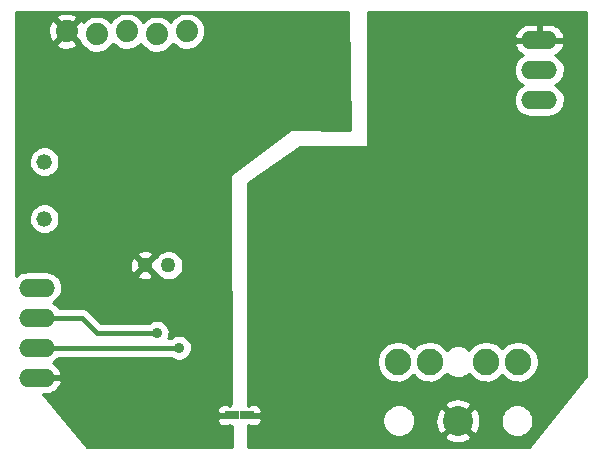
<source format=gbl>
G04 #@! TF.FileFunction,Copper,L2,Bot,Signal*
%FSLAX46Y46*%
G04 Gerber Fmt 4.6, Leading zero omitted, Abs format (unit mm)*
G04 Created by KiCad (PCBNEW 4.0.5) date Saturday, 25 March 2017 'PMt' 19:04:54*
%MOMM*%
%LPD*%
G01*
G04 APERTURE LIST*
%ADD10C,0.100000*%
%ADD11C,1.270000*%
%ADD12R,1.270000X0.635000*%
%ADD13C,1.879600*%
%ADD14C,1.320800*%
%ADD15O,3.048000X1.524000*%
%ADD16C,2.540000*%
%ADD17C,2.247900*%
%ADD18C,0.904800*%
%ADD19C,0.889000*%
%ADD20C,0.406400*%
%ADD21C,0.254000*%
G04 APERTURE END LIST*
D10*
D11*
X162288220Y-78105000D03*
X160291780Y-78105000D03*
D12*
X168910000Y-90805000D03*
X167640000Y-90805000D03*
D13*
X153670000Y-58293000D03*
X156210000Y-58547000D03*
X158750000Y-58293000D03*
X161290000Y-58547000D03*
X163830000Y-58293000D03*
D14*
X151765000Y-69342000D03*
X151765000Y-74168000D03*
D15*
X151130000Y-80010000D03*
X151130000Y-82550000D03*
X151130000Y-85090000D03*
X151130000Y-87630000D03*
X193675000Y-59055000D03*
X193675000Y-61595000D03*
X193675000Y-64135000D03*
D16*
X186789060Y-91282520D03*
D17*
X181691280Y-86281260D03*
X184391300Y-86281260D03*
X189189360Y-86281260D03*
X191889380Y-86281260D03*
D18*
X163195000Y-85090000D03*
D19*
X175260000Y-90170000D03*
D18*
X172720000Y-76835000D03*
X174625000Y-68580000D03*
X180975000Y-66675000D03*
X180975000Y-76835000D03*
X178752500Y-75882500D03*
X182880000Y-64452500D03*
X189547500Y-58102500D03*
D19*
X163830000Y-87630000D03*
D18*
X164782500Y-78105000D03*
X166052500Y-65722500D03*
X170815000Y-64770000D03*
X159067500Y-66040000D03*
X155892500Y-80010000D03*
X155575000Y-77152500D03*
X155257500Y-66675000D03*
X174307500Y-58737500D03*
X161290000Y-83820000D03*
D20*
X151130000Y-85090000D02*
X163195000Y-85090000D01*
D21*
X168910000Y-90805000D02*
X174625000Y-90805000D01*
X174625000Y-90805000D02*
X175260000Y-90170000D01*
X167005000Y-90805000D02*
X167640000Y-90805000D01*
D20*
X151130000Y-82550000D02*
X154940000Y-82550000D01*
X154940000Y-82550000D02*
X156210000Y-83820000D01*
X156210000Y-83820000D02*
X161290000Y-83820000D01*
D21*
G36*
X177671023Y-66645443D02*
X172722500Y-66548025D01*
X172687026Y-66552355D01*
X172643800Y-66573400D01*
X167563800Y-70383400D01*
X167538512Y-70408651D01*
X167521259Y-70439948D01*
X167513002Y-70485683D01*
X167617125Y-89852500D01*
X167512998Y-89852500D01*
X167512998Y-90011248D01*
X167354250Y-89852500D01*
X166942458Y-89852500D01*
X166819777Y-89876903D01*
X166704215Y-89924770D01*
X166600211Y-89994263D01*
X166511763Y-90082711D01*
X166442270Y-90186715D01*
X166394403Y-90302277D01*
X166370000Y-90424958D01*
X166370000Y-90519250D01*
X166528750Y-90678000D01*
X167513000Y-90678000D01*
X167513000Y-90658000D01*
X167621456Y-90658000D01*
X167623037Y-90952000D01*
X167513000Y-90952000D01*
X167513000Y-90932000D01*
X166528750Y-90932000D01*
X166370000Y-91090750D01*
X166370000Y-91185042D01*
X166394403Y-91307723D01*
X166442270Y-91423285D01*
X166511763Y-91527289D01*
X166600211Y-91615737D01*
X166704215Y-91685230D01*
X166819777Y-91733097D01*
X166942458Y-91757500D01*
X167354250Y-91757500D01*
X167512998Y-91598752D01*
X167512998Y-91757500D01*
X167627367Y-91757500D01*
X167636517Y-93459300D01*
X155400214Y-93459300D01*
X151703734Y-89027000D01*
X152019000Y-89027000D01*
X152289101Y-88975381D01*
X152543942Y-88872059D01*
X152773729Y-88721006D01*
X152969632Y-88528026D01*
X153124122Y-88300535D01*
X153231262Y-88047276D01*
X153246220Y-87973070D01*
X153123720Y-87757000D01*
X151257000Y-87757000D01*
X151257000Y-87777000D01*
X151003000Y-87777000D01*
X151003000Y-87757000D01*
X150983000Y-87757000D01*
X150983000Y-87503000D01*
X151003000Y-87503000D01*
X151003000Y-87483000D01*
X151257000Y-87483000D01*
X151257000Y-87503000D01*
X153123720Y-87503000D01*
X153246220Y-87286930D01*
X153231262Y-87212724D01*
X153124122Y-86959465D01*
X152969632Y-86731974D01*
X152773729Y-86538994D01*
X152543942Y-86387941D01*
X152475243Y-86360088D01*
X152675534Y-86253591D01*
X152886820Y-86081270D01*
X153013450Y-85928200D01*
X162495597Y-85928200D01*
X162661935Y-86043808D01*
X162857349Y-86129182D01*
X163065625Y-86174975D01*
X163278828Y-86179441D01*
X163488838Y-86142410D01*
X163687656Y-86065294D01*
X163867709Y-85951029D01*
X164022139Y-85803967D01*
X164145063Y-85629711D01*
X164231800Y-85434897D01*
X164279045Y-85226947D01*
X164282446Y-84983375D01*
X164241026Y-84774186D01*
X164159762Y-84577027D01*
X164041752Y-84399406D01*
X163891488Y-84248090D01*
X163714696Y-84128842D01*
X163518109Y-84046205D01*
X163309214Y-84003325D01*
X163095969Y-84001836D01*
X162886497Y-84041795D01*
X162688774Y-84121680D01*
X162510334Y-84238448D01*
X162496699Y-84251800D01*
X162288108Y-84251800D01*
X162326800Y-84164897D01*
X162374045Y-83956947D01*
X162377446Y-83713375D01*
X162336026Y-83504186D01*
X162254762Y-83307027D01*
X162136752Y-83129406D01*
X161986488Y-82978090D01*
X161809696Y-82858842D01*
X161613109Y-82776205D01*
X161404214Y-82733325D01*
X161190969Y-82731836D01*
X160981497Y-82771795D01*
X160783774Y-82851680D01*
X160605334Y-82968448D01*
X160591699Y-82981800D01*
X156557194Y-82981800D01*
X155532697Y-81957303D01*
X155472859Y-81908152D01*
X155413555Y-81858390D01*
X155409694Y-81856267D01*
X155406287Y-81853469D01*
X155338069Y-81816891D01*
X155270202Y-81779581D01*
X155265998Y-81778247D01*
X155262116Y-81776166D01*
X155188058Y-81753523D01*
X155114272Y-81730117D01*
X155109897Y-81729626D01*
X155105677Y-81728336D01*
X155028621Y-81720510D01*
X154951703Y-81711882D01*
X154943079Y-81711822D01*
X154942926Y-81711806D01*
X154942783Y-81711820D01*
X154940000Y-81711800D01*
X153012508Y-81711800D01*
X152900564Y-81572570D01*
X152691705Y-81397316D01*
X152476882Y-81279216D01*
X152675534Y-81173591D01*
X152886820Y-81001270D01*
X153060611Y-80791192D01*
X153190289Y-80551359D01*
X153270913Y-80290906D01*
X153299412Y-80019753D01*
X153274701Y-79748228D01*
X153197722Y-79486675D01*
X153071406Y-79245054D01*
X152900564Y-79032570D01*
X152837676Y-78979800D01*
X159594805Y-78979800D01*
X159646369Y-79206946D01*
X159873716Y-79311339D01*
X160117059Y-79369373D01*
X160367049Y-79378818D01*
X160614078Y-79339310D01*
X160848653Y-79252369D01*
X160933631Y-79206946D01*
X160985195Y-78979800D01*
X160290000Y-78284605D01*
X159594805Y-78979800D01*
X152837676Y-78979800D01*
X152691705Y-78857316D01*
X152452783Y-78725968D01*
X152192899Y-78643528D01*
X151921951Y-78613136D01*
X151902446Y-78613000D01*
X150357554Y-78613000D01*
X150086209Y-78639606D01*
X149825199Y-78718409D01*
X149584466Y-78846409D01*
X149373180Y-79018730D01*
X149364700Y-79028981D01*
X149364700Y-78182049D01*
X159016182Y-78182049D01*
X159055690Y-78429078D01*
X159142631Y-78663653D01*
X159188054Y-78748631D01*
X159415200Y-78800195D01*
X160110395Y-78105000D01*
X160469605Y-78105000D01*
X161164800Y-78800195D01*
X161219125Y-78787863D01*
X161289894Y-78897675D01*
X161462905Y-79076833D01*
X161667420Y-79218975D01*
X161895650Y-79318686D01*
X162138899Y-79372168D01*
X162387905Y-79377384D01*
X162633181Y-79334135D01*
X162865385Y-79244069D01*
X163075673Y-79110616D01*
X163256035Y-78938859D01*
X163399602Y-78735341D01*
X163500903Y-78507814D01*
X163556082Y-78264943D01*
X163560054Y-77980470D01*
X163511678Y-77736154D01*
X163416769Y-77505886D01*
X163278942Y-77298439D01*
X163103445Y-77121713D01*
X162896965Y-76982441D01*
X162667366Y-76885926D01*
X162423393Y-76835846D01*
X162174340Y-76834107D01*
X161929691Y-76880776D01*
X161698767Y-76974076D01*
X161490363Y-77110452D01*
X161312416Y-77284710D01*
X161218426Y-77421979D01*
X161164800Y-77409805D01*
X160469605Y-78105000D01*
X160110395Y-78105000D01*
X159415200Y-77409805D01*
X159188054Y-77461369D01*
X159083661Y-77688716D01*
X159025627Y-77932059D01*
X159016182Y-78182049D01*
X149364700Y-78182049D01*
X149364700Y-77230200D01*
X159594805Y-77230200D01*
X160290000Y-77925395D01*
X160985195Y-77230200D01*
X160933631Y-77003054D01*
X160706284Y-76898661D01*
X160462941Y-76840627D01*
X160212951Y-76831182D01*
X159965922Y-76870690D01*
X159731347Y-76957631D01*
X159646369Y-77003054D01*
X159594805Y-77230200D01*
X149364700Y-77230200D01*
X149364700Y-74276921D01*
X150467897Y-74276921D01*
X150513756Y-74526788D01*
X150607275Y-74762990D01*
X150744891Y-74976528D01*
X150921363Y-75159270D01*
X151129969Y-75304255D01*
X151362762Y-75405960D01*
X151610877Y-75460511D01*
X151864863Y-75465832D01*
X152115044Y-75421718D01*
X152351893Y-75329850D01*
X152566387Y-75193728D01*
X152750356Y-75018537D01*
X152896794Y-74810948D01*
X153000122Y-74578870D01*
X153056404Y-74331142D01*
X153060456Y-74040979D01*
X153011112Y-73791777D01*
X152914305Y-73556904D01*
X152773720Y-73345308D01*
X152594714Y-73165048D01*
X152384105Y-73022990D01*
X152149914Y-72924545D01*
X151901061Y-72873463D01*
X151647026Y-72871689D01*
X151397485Y-72919292D01*
X151161942Y-73014457D01*
X150949370Y-73153561D01*
X150767864Y-73331304D01*
X150624340Y-73540917D01*
X150524262Y-73774415D01*
X150471444Y-74022904D01*
X150467897Y-74276921D01*
X149364700Y-74276921D01*
X149364700Y-69450921D01*
X150467897Y-69450921D01*
X150513756Y-69700788D01*
X150607275Y-69936990D01*
X150744891Y-70150528D01*
X150921363Y-70333270D01*
X151129969Y-70478255D01*
X151362762Y-70579960D01*
X151610877Y-70634511D01*
X151864863Y-70639832D01*
X152115044Y-70595718D01*
X152351893Y-70503850D01*
X152566387Y-70367728D01*
X152750356Y-70192537D01*
X152896794Y-69984948D01*
X153000122Y-69752870D01*
X153056404Y-69505142D01*
X153060456Y-69214979D01*
X153011112Y-68965777D01*
X152914305Y-68730904D01*
X152773720Y-68519308D01*
X152594714Y-68339048D01*
X152384105Y-68196990D01*
X152149914Y-68098545D01*
X151901061Y-68047463D01*
X151647026Y-68045689D01*
X151397485Y-68093292D01*
X151161942Y-68188457D01*
X150949370Y-68327561D01*
X150767864Y-68505304D01*
X150624340Y-68714917D01*
X150524262Y-68948415D01*
X150471444Y-69196904D01*
X150467897Y-69450921D01*
X149364700Y-69450921D01*
X149364700Y-59385476D01*
X152757129Y-59385476D01*
X152845623Y-59643723D01*
X153124976Y-59778597D01*
X153425275Y-59856381D01*
X153734977Y-59874084D01*
X154042184Y-59831027D01*
X154335086Y-59728865D01*
X154494377Y-59643723D01*
X154582871Y-59385476D01*
X153670000Y-58472605D01*
X152757129Y-59385476D01*
X149364700Y-59385476D01*
X149364700Y-58357977D01*
X152088916Y-58357977D01*
X152131973Y-58665184D01*
X152234135Y-58958086D01*
X152319277Y-59117377D01*
X152577524Y-59205871D01*
X153490395Y-58293000D01*
X153849605Y-58293000D01*
X154762476Y-59205871D01*
X154775311Y-59201473D01*
X154802570Y-59270321D01*
X154969868Y-59529917D01*
X155184402Y-59752073D01*
X155438001Y-59928329D01*
X155721005Y-60051971D01*
X156022635Y-60118288D01*
X156331402Y-60124756D01*
X156635544Y-60071128D01*
X156923478Y-59959446D01*
X157184235Y-59793964D01*
X157407884Y-59580986D01*
X157575294Y-59343667D01*
X157724402Y-59498073D01*
X157978001Y-59674329D01*
X158261005Y-59797971D01*
X158562635Y-59864288D01*
X158871402Y-59870756D01*
X159175544Y-59817128D01*
X159463478Y-59705446D01*
X159724235Y-59539964D01*
X159930039Y-59343979D01*
X160049868Y-59529917D01*
X160264402Y-59752073D01*
X160518001Y-59928329D01*
X160801005Y-60051971D01*
X161102635Y-60118288D01*
X161411402Y-60124756D01*
X161715544Y-60071128D01*
X162003478Y-59959446D01*
X162264235Y-59793964D01*
X162487884Y-59580986D01*
X162655294Y-59343667D01*
X162804402Y-59498073D01*
X163058001Y-59674329D01*
X163341005Y-59797971D01*
X163642635Y-59864288D01*
X163951402Y-59870756D01*
X164255544Y-59817128D01*
X164543478Y-59705446D01*
X164804235Y-59539964D01*
X165027884Y-59326986D01*
X165205906Y-59074623D01*
X165331520Y-58792489D01*
X165399942Y-58491330D01*
X165404868Y-58138583D01*
X165344882Y-57835630D01*
X165227194Y-57550099D01*
X165056288Y-57292864D01*
X164838672Y-57073724D01*
X164582637Y-56901027D01*
X164297934Y-56781348D01*
X163995408Y-56719249D01*
X163686581Y-56717093D01*
X163383217Y-56774962D01*
X163096871Y-56890654D01*
X162838450Y-57059760D01*
X162617796Y-57275840D01*
X162466530Y-57496758D01*
X162298672Y-57327724D01*
X162042637Y-57155027D01*
X161757934Y-57035348D01*
X161455408Y-56973249D01*
X161146581Y-56971093D01*
X160843217Y-57028962D01*
X160556871Y-57144654D01*
X160298450Y-57313760D01*
X160111685Y-57496653D01*
X159976288Y-57292864D01*
X159758672Y-57073724D01*
X159502637Y-56901027D01*
X159217934Y-56781348D01*
X158915408Y-56719249D01*
X158606581Y-56717093D01*
X158303217Y-56774962D01*
X158016871Y-56890654D01*
X157758450Y-57059760D01*
X157537796Y-57275840D01*
X157386530Y-57496758D01*
X157218672Y-57327724D01*
X156962637Y-57155027D01*
X156677934Y-57035348D01*
X156375408Y-56973249D01*
X156066581Y-56971093D01*
X155763217Y-57028962D01*
X155476871Y-57144654D01*
X155218450Y-57313760D01*
X155034324Y-57494069D01*
X155020723Y-57468623D01*
X154762476Y-57380129D01*
X153849605Y-58293000D01*
X153490395Y-58293000D01*
X152577524Y-57380129D01*
X152319277Y-57468623D01*
X152184403Y-57747976D01*
X152106619Y-58048275D01*
X152088916Y-58357977D01*
X149364700Y-58357977D01*
X149364700Y-57200524D01*
X152757129Y-57200524D01*
X153670000Y-58113395D01*
X154582871Y-57200524D01*
X154494377Y-56942277D01*
X154215024Y-56807403D01*
X153914725Y-56729619D01*
X153605023Y-56711916D01*
X153297816Y-56754973D01*
X153004914Y-56857135D01*
X152845623Y-56942277D01*
X152757129Y-57200524D01*
X149364700Y-57200524D01*
X149364700Y-56654700D01*
X177519699Y-56654700D01*
X177671023Y-66645443D01*
X177671023Y-66645443D01*
G37*
X177671023Y-66645443D02*
X172722500Y-66548025D01*
X172687026Y-66552355D01*
X172643800Y-66573400D01*
X167563800Y-70383400D01*
X167538512Y-70408651D01*
X167521259Y-70439948D01*
X167513002Y-70485683D01*
X167617125Y-89852500D01*
X167512998Y-89852500D01*
X167512998Y-90011248D01*
X167354250Y-89852500D01*
X166942458Y-89852500D01*
X166819777Y-89876903D01*
X166704215Y-89924770D01*
X166600211Y-89994263D01*
X166511763Y-90082711D01*
X166442270Y-90186715D01*
X166394403Y-90302277D01*
X166370000Y-90424958D01*
X166370000Y-90519250D01*
X166528750Y-90678000D01*
X167513000Y-90678000D01*
X167513000Y-90658000D01*
X167621456Y-90658000D01*
X167623037Y-90952000D01*
X167513000Y-90952000D01*
X167513000Y-90932000D01*
X166528750Y-90932000D01*
X166370000Y-91090750D01*
X166370000Y-91185042D01*
X166394403Y-91307723D01*
X166442270Y-91423285D01*
X166511763Y-91527289D01*
X166600211Y-91615737D01*
X166704215Y-91685230D01*
X166819777Y-91733097D01*
X166942458Y-91757500D01*
X167354250Y-91757500D01*
X167512998Y-91598752D01*
X167512998Y-91757500D01*
X167627367Y-91757500D01*
X167636517Y-93459300D01*
X155400214Y-93459300D01*
X151703734Y-89027000D01*
X152019000Y-89027000D01*
X152289101Y-88975381D01*
X152543942Y-88872059D01*
X152773729Y-88721006D01*
X152969632Y-88528026D01*
X153124122Y-88300535D01*
X153231262Y-88047276D01*
X153246220Y-87973070D01*
X153123720Y-87757000D01*
X151257000Y-87757000D01*
X151257000Y-87777000D01*
X151003000Y-87777000D01*
X151003000Y-87757000D01*
X150983000Y-87757000D01*
X150983000Y-87503000D01*
X151003000Y-87503000D01*
X151003000Y-87483000D01*
X151257000Y-87483000D01*
X151257000Y-87503000D01*
X153123720Y-87503000D01*
X153246220Y-87286930D01*
X153231262Y-87212724D01*
X153124122Y-86959465D01*
X152969632Y-86731974D01*
X152773729Y-86538994D01*
X152543942Y-86387941D01*
X152475243Y-86360088D01*
X152675534Y-86253591D01*
X152886820Y-86081270D01*
X153013450Y-85928200D01*
X162495597Y-85928200D01*
X162661935Y-86043808D01*
X162857349Y-86129182D01*
X163065625Y-86174975D01*
X163278828Y-86179441D01*
X163488838Y-86142410D01*
X163687656Y-86065294D01*
X163867709Y-85951029D01*
X164022139Y-85803967D01*
X164145063Y-85629711D01*
X164231800Y-85434897D01*
X164279045Y-85226947D01*
X164282446Y-84983375D01*
X164241026Y-84774186D01*
X164159762Y-84577027D01*
X164041752Y-84399406D01*
X163891488Y-84248090D01*
X163714696Y-84128842D01*
X163518109Y-84046205D01*
X163309214Y-84003325D01*
X163095969Y-84001836D01*
X162886497Y-84041795D01*
X162688774Y-84121680D01*
X162510334Y-84238448D01*
X162496699Y-84251800D01*
X162288108Y-84251800D01*
X162326800Y-84164897D01*
X162374045Y-83956947D01*
X162377446Y-83713375D01*
X162336026Y-83504186D01*
X162254762Y-83307027D01*
X162136752Y-83129406D01*
X161986488Y-82978090D01*
X161809696Y-82858842D01*
X161613109Y-82776205D01*
X161404214Y-82733325D01*
X161190969Y-82731836D01*
X160981497Y-82771795D01*
X160783774Y-82851680D01*
X160605334Y-82968448D01*
X160591699Y-82981800D01*
X156557194Y-82981800D01*
X155532697Y-81957303D01*
X155472859Y-81908152D01*
X155413555Y-81858390D01*
X155409694Y-81856267D01*
X155406287Y-81853469D01*
X155338069Y-81816891D01*
X155270202Y-81779581D01*
X155265998Y-81778247D01*
X155262116Y-81776166D01*
X155188058Y-81753523D01*
X155114272Y-81730117D01*
X155109897Y-81729626D01*
X155105677Y-81728336D01*
X155028621Y-81720510D01*
X154951703Y-81711882D01*
X154943079Y-81711822D01*
X154942926Y-81711806D01*
X154942783Y-81711820D01*
X154940000Y-81711800D01*
X153012508Y-81711800D01*
X152900564Y-81572570D01*
X152691705Y-81397316D01*
X152476882Y-81279216D01*
X152675534Y-81173591D01*
X152886820Y-81001270D01*
X153060611Y-80791192D01*
X153190289Y-80551359D01*
X153270913Y-80290906D01*
X153299412Y-80019753D01*
X153274701Y-79748228D01*
X153197722Y-79486675D01*
X153071406Y-79245054D01*
X152900564Y-79032570D01*
X152837676Y-78979800D01*
X159594805Y-78979800D01*
X159646369Y-79206946D01*
X159873716Y-79311339D01*
X160117059Y-79369373D01*
X160367049Y-79378818D01*
X160614078Y-79339310D01*
X160848653Y-79252369D01*
X160933631Y-79206946D01*
X160985195Y-78979800D01*
X160290000Y-78284605D01*
X159594805Y-78979800D01*
X152837676Y-78979800D01*
X152691705Y-78857316D01*
X152452783Y-78725968D01*
X152192899Y-78643528D01*
X151921951Y-78613136D01*
X151902446Y-78613000D01*
X150357554Y-78613000D01*
X150086209Y-78639606D01*
X149825199Y-78718409D01*
X149584466Y-78846409D01*
X149373180Y-79018730D01*
X149364700Y-79028981D01*
X149364700Y-78182049D01*
X159016182Y-78182049D01*
X159055690Y-78429078D01*
X159142631Y-78663653D01*
X159188054Y-78748631D01*
X159415200Y-78800195D01*
X160110395Y-78105000D01*
X160469605Y-78105000D01*
X161164800Y-78800195D01*
X161219125Y-78787863D01*
X161289894Y-78897675D01*
X161462905Y-79076833D01*
X161667420Y-79218975D01*
X161895650Y-79318686D01*
X162138899Y-79372168D01*
X162387905Y-79377384D01*
X162633181Y-79334135D01*
X162865385Y-79244069D01*
X163075673Y-79110616D01*
X163256035Y-78938859D01*
X163399602Y-78735341D01*
X163500903Y-78507814D01*
X163556082Y-78264943D01*
X163560054Y-77980470D01*
X163511678Y-77736154D01*
X163416769Y-77505886D01*
X163278942Y-77298439D01*
X163103445Y-77121713D01*
X162896965Y-76982441D01*
X162667366Y-76885926D01*
X162423393Y-76835846D01*
X162174340Y-76834107D01*
X161929691Y-76880776D01*
X161698767Y-76974076D01*
X161490363Y-77110452D01*
X161312416Y-77284710D01*
X161218426Y-77421979D01*
X161164800Y-77409805D01*
X160469605Y-78105000D01*
X160110395Y-78105000D01*
X159415200Y-77409805D01*
X159188054Y-77461369D01*
X159083661Y-77688716D01*
X159025627Y-77932059D01*
X159016182Y-78182049D01*
X149364700Y-78182049D01*
X149364700Y-77230200D01*
X159594805Y-77230200D01*
X160290000Y-77925395D01*
X160985195Y-77230200D01*
X160933631Y-77003054D01*
X160706284Y-76898661D01*
X160462941Y-76840627D01*
X160212951Y-76831182D01*
X159965922Y-76870690D01*
X159731347Y-76957631D01*
X159646369Y-77003054D01*
X159594805Y-77230200D01*
X149364700Y-77230200D01*
X149364700Y-74276921D01*
X150467897Y-74276921D01*
X150513756Y-74526788D01*
X150607275Y-74762990D01*
X150744891Y-74976528D01*
X150921363Y-75159270D01*
X151129969Y-75304255D01*
X151362762Y-75405960D01*
X151610877Y-75460511D01*
X151864863Y-75465832D01*
X152115044Y-75421718D01*
X152351893Y-75329850D01*
X152566387Y-75193728D01*
X152750356Y-75018537D01*
X152896794Y-74810948D01*
X153000122Y-74578870D01*
X153056404Y-74331142D01*
X153060456Y-74040979D01*
X153011112Y-73791777D01*
X152914305Y-73556904D01*
X152773720Y-73345308D01*
X152594714Y-73165048D01*
X152384105Y-73022990D01*
X152149914Y-72924545D01*
X151901061Y-72873463D01*
X151647026Y-72871689D01*
X151397485Y-72919292D01*
X151161942Y-73014457D01*
X150949370Y-73153561D01*
X150767864Y-73331304D01*
X150624340Y-73540917D01*
X150524262Y-73774415D01*
X150471444Y-74022904D01*
X150467897Y-74276921D01*
X149364700Y-74276921D01*
X149364700Y-69450921D01*
X150467897Y-69450921D01*
X150513756Y-69700788D01*
X150607275Y-69936990D01*
X150744891Y-70150528D01*
X150921363Y-70333270D01*
X151129969Y-70478255D01*
X151362762Y-70579960D01*
X151610877Y-70634511D01*
X151864863Y-70639832D01*
X152115044Y-70595718D01*
X152351893Y-70503850D01*
X152566387Y-70367728D01*
X152750356Y-70192537D01*
X152896794Y-69984948D01*
X153000122Y-69752870D01*
X153056404Y-69505142D01*
X153060456Y-69214979D01*
X153011112Y-68965777D01*
X152914305Y-68730904D01*
X152773720Y-68519308D01*
X152594714Y-68339048D01*
X152384105Y-68196990D01*
X152149914Y-68098545D01*
X151901061Y-68047463D01*
X151647026Y-68045689D01*
X151397485Y-68093292D01*
X151161942Y-68188457D01*
X150949370Y-68327561D01*
X150767864Y-68505304D01*
X150624340Y-68714917D01*
X150524262Y-68948415D01*
X150471444Y-69196904D01*
X150467897Y-69450921D01*
X149364700Y-69450921D01*
X149364700Y-59385476D01*
X152757129Y-59385476D01*
X152845623Y-59643723D01*
X153124976Y-59778597D01*
X153425275Y-59856381D01*
X153734977Y-59874084D01*
X154042184Y-59831027D01*
X154335086Y-59728865D01*
X154494377Y-59643723D01*
X154582871Y-59385476D01*
X153670000Y-58472605D01*
X152757129Y-59385476D01*
X149364700Y-59385476D01*
X149364700Y-58357977D01*
X152088916Y-58357977D01*
X152131973Y-58665184D01*
X152234135Y-58958086D01*
X152319277Y-59117377D01*
X152577524Y-59205871D01*
X153490395Y-58293000D01*
X153849605Y-58293000D01*
X154762476Y-59205871D01*
X154775311Y-59201473D01*
X154802570Y-59270321D01*
X154969868Y-59529917D01*
X155184402Y-59752073D01*
X155438001Y-59928329D01*
X155721005Y-60051971D01*
X156022635Y-60118288D01*
X156331402Y-60124756D01*
X156635544Y-60071128D01*
X156923478Y-59959446D01*
X157184235Y-59793964D01*
X157407884Y-59580986D01*
X157575294Y-59343667D01*
X157724402Y-59498073D01*
X157978001Y-59674329D01*
X158261005Y-59797971D01*
X158562635Y-59864288D01*
X158871402Y-59870756D01*
X159175544Y-59817128D01*
X159463478Y-59705446D01*
X159724235Y-59539964D01*
X159930039Y-59343979D01*
X160049868Y-59529917D01*
X160264402Y-59752073D01*
X160518001Y-59928329D01*
X160801005Y-60051971D01*
X161102635Y-60118288D01*
X161411402Y-60124756D01*
X161715544Y-60071128D01*
X162003478Y-59959446D01*
X162264235Y-59793964D01*
X162487884Y-59580986D01*
X162655294Y-59343667D01*
X162804402Y-59498073D01*
X163058001Y-59674329D01*
X163341005Y-59797971D01*
X163642635Y-59864288D01*
X163951402Y-59870756D01*
X164255544Y-59817128D01*
X164543478Y-59705446D01*
X164804235Y-59539964D01*
X165027884Y-59326986D01*
X165205906Y-59074623D01*
X165331520Y-58792489D01*
X165399942Y-58491330D01*
X165404868Y-58138583D01*
X165344882Y-57835630D01*
X165227194Y-57550099D01*
X165056288Y-57292864D01*
X164838672Y-57073724D01*
X164582637Y-56901027D01*
X164297934Y-56781348D01*
X163995408Y-56719249D01*
X163686581Y-56717093D01*
X163383217Y-56774962D01*
X163096871Y-56890654D01*
X162838450Y-57059760D01*
X162617796Y-57275840D01*
X162466530Y-57496758D01*
X162298672Y-57327724D01*
X162042637Y-57155027D01*
X161757934Y-57035348D01*
X161455408Y-56973249D01*
X161146581Y-56971093D01*
X160843217Y-57028962D01*
X160556871Y-57144654D01*
X160298450Y-57313760D01*
X160111685Y-57496653D01*
X159976288Y-57292864D01*
X159758672Y-57073724D01*
X159502637Y-56901027D01*
X159217934Y-56781348D01*
X158915408Y-56719249D01*
X158606581Y-56717093D01*
X158303217Y-56774962D01*
X158016871Y-56890654D01*
X157758450Y-57059760D01*
X157537796Y-57275840D01*
X157386530Y-57496758D01*
X157218672Y-57327724D01*
X156962637Y-57155027D01*
X156677934Y-57035348D01*
X156375408Y-56973249D01*
X156066581Y-56971093D01*
X155763217Y-57028962D01*
X155476871Y-57144654D01*
X155218450Y-57313760D01*
X155034324Y-57494069D01*
X155020723Y-57468623D01*
X154762476Y-57380129D01*
X153849605Y-58293000D01*
X153490395Y-58293000D01*
X152577524Y-57380129D01*
X152319277Y-57468623D01*
X152184403Y-57747976D01*
X152106619Y-58048275D01*
X152088916Y-58357977D01*
X149364700Y-58357977D01*
X149364700Y-57200524D01*
X152757129Y-57200524D01*
X153670000Y-58113395D01*
X154582871Y-57200524D01*
X154494377Y-56942277D01*
X154215024Y-56807403D01*
X153914725Y-56729619D01*
X153605023Y-56711916D01*
X153297816Y-56754973D01*
X153004914Y-56857135D01*
X152845623Y-56942277D01*
X152757129Y-57200524D01*
X149364700Y-57200524D01*
X149364700Y-56654700D01*
X177519699Y-56654700D01*
X177671023Y-66645443D01*
G36*
X197599300Y-87499590D02*
X192890928Y-93378144D01*
X192799628Y-93459300D01*
X169037000Y-93459300D01*
X169037000Y-91757500D01*
X169037002Y-91757500D01*
X169037002Y-91598752D01*
X169195750Y-91757500D01*
X169607542Y-91757500D01*
X169730223Y-91733097D01*
X169845785Y-91685230D01*
X169949789Y-91615737D01*
X170038237Y-91527289D01*
X170107730Y-91423285D01*
X170118843Y-91396455D01*
X180403180Y-91396455D01*
X180452211Y-91663605D01*
X180552198Y-91916144D01*
X180699333Y-92144452D01*
X180888011Y-92339834D01*
X181111045Y-92494847D01*
X181359941Y-92603586D01*
X181625217Y-92661911D01*
X181896770Y-92667599D01*
X182164256Y-92620434D01*
X182196694Y-92607852D01*
X185641753Y-92607852D01*
X185770076Y-92899871D01*
X186105695Y-93067723D01*
X186467611Y-93166874D01*
X186841916Y-93193514D01*
X187214227Y-93146618D01*
X187570235Y-93027988D01*
X187809924Y-92899871D01*
X187938247Y-92607852D01*
X186790000Y-91459605D01*
X185641753Y-92607852D01*
X182196694Y-92607852D01*
X182417487Y-92522213D01*
X182646817Y-92376675D01*
X182843511Y-92189366D01*
X183000077Y-91967419D01*
X183110552Y-91719289D01*
X183170727Y-91454426D01*
X183172437Y-91331916D01*
X184876486Y-91331916D01*
X184923382Y-91704227D01*
X185042012Y-92060235D01*
X185170129Y-92299924D01*
X185462148Y-92428247D01*
X186610395Y-91280000D01*
X186969605Y-91280000D01*
X188117852Y-92428247D01*
X188409871Y-92299924D01*
X188577723Y-91964305D01*
X188676874Y-91602389D01*
X188691530Y-91396455D01*
X190403180Y-91396455D01*
X190452211Y-91663605D01*
X190552198Y-91916144D01*
X190699333Y-92144452D01*
X190888011Y-92339834D01*
X191111045Y-92494847D01*
X191359941Y-92603586D01*
X191625217Y-92661911D01*
X191896770Y-92667599D01*
X192164256Y-92620434D01*
X192417487Y-92522213D01*
X192646817Y-92376675D01*
X192843511Y-92189366D01*
X193000077Y-91967419D01*
X193110552Y-91719289D01*
X193170727Y-91454426D01*
X193175059Y-91144194D01*
X193122303Y-90877754D01*
X193018799Y-90626636D01*
X192868491Y-90400404D01*
X192677104Y-90207676D01*
X192451927Y-90055792D01*
X192201537Y-89950538D01*
X191935472Y-89895923D01*
X191663867Y-89894027D01*
X191397065Y-89944922D01*
X191145230Y-90046670D01*
X190917955Y-90195395D01*
X190723895Y-90385432D01*
X190570443Y-90609543D01*
X190463444Y-90859192D01*
X190406972Y-91124869D01*
X190403180Y-91396455D01*
X188691530Y-91396455D01*
X188703514Y-91228084D01*
X188656618Y-90855773D01*
X188537988Y-90499765D01*
X188409871Y-90260076D01*
X188117852Y-90131753D01*
X186969605Y-91280000D01*
X186610395Y-91280000D01*
X185462148Y-90131753D01*
X185170129Y-90260076D01*
X185002277Y-90595695D01*
X184903126Y-90957611D01*
X184876486Y-91331916D01*
X183172437Y-91331916D01*
X183175059Y-91144194D01*
X183122303Y-90877754D01*
X183018799Y-90626636D01*
X182868491Y-90400404D01*
X182677104Y-90207676D01*
X182451927Y-90055792D01*
X182205368Y-89952148D01*
X185641753Y-89952148D01*
X186790000Y-91100395D01*
X187938247Y-89952148D01*
X187809924Y-89660129D01*
X187474305Y-89492277D01*
X187112389Y-89393126D01*
X186738084Y-89366486D01*
X186365773Y-89413382D01*
X186009765Y-89532012D01*
X185770076Y-89660129D01*
X185641753Y-89952148D01*
X182205368Y-89952148D01*
X182201537Y-89950538D01*
X181935472Y-89895923D01*
X181663867Y-89894027D01*
X181397065Y-89944922D01*
X181145230Y-90046670D01*
X180917955Y-90195395D01*
X180723895Y-90385432D01*
X180570443Y-90609543D01*
X180463444Y-90859192D01*
X180406972Y-91124869D01*
X180403180Y-91396455D01*
X170118843Y-91396455D01*
X170155597Y-91307723D01*
X170180000Y-91185042D01*
X170180000Y-91090750D01*
X170021250Y-90932000D01*
X169037000Y-90932000D01*
X169037000Y-90678000D01*
X170021250Y-90678000D01*
X170180000Y-90519250D01*
X170180000Y-90424958D01*
X170155597Y-90302277D01*
X170107730Y-90186715D01*
X170038237Y-90082711D01*
X169949789Y-89994263D01*
X169845785Y-89924770D01*
X169730223Y-89876903D01*
X169607542Y-89852500D01*
X169195750Y-89852500D01*
X169037002Y-90011248D01*
X169037002Y-89852500D01*
X169037000Y-89852500D01*
X169037000Y-86427986D01*
X179927686Y-86427986D01*
X179989993Y-86767469D01*
X180117053Y-87088385D01*
X180304026Y-87378510D01*
X180543790Y-87626793D01*
X180827212Y-87823777D01*
X181143499Y-87961959D01*
X181480601Y-88036075D01*
X181825679Y-88043304D01*
X182165589Y-87983368D01*
X182487384Y-87858552D01*
X182778807Y-87673610D01*
X183028758Y-87435585D01*
X183041584Y-87417403D01*
X183243790Y-87626793D01*
X183527212Y-87823777D01*
X183843499Y-87961959D01*
X184180601Y-88036075D01*
X184525679Y-88043304D01*
X184865589Y-87983368D01*
X185187384Y-87858552D01*
X185478807Y-87673610D01*
X185728758Y-87435585D01*
X185835015Y-87284955D01*
X185888011Y-87339834D01*
X186111045Y-87494847D01*
X186359941Y-87603586D01*
X186625217Y-87661911D01*
X186896770Y-87667599D01*
X187164256Y-87620434D01*
X187417487Y-87522213D01*
X187646817Y-87376675D01*
X187743505Y-87284600D01*
X187804026Y-87378510D01*
X188043790Y-87626793D01*
X188327212Y-87823777D01*
X188643499Y-87961959D01*
X188980601Y-88036075D01*
X189325679Y-88043304D01*
X189665589Y-87983368D01*
X189987384Y-87858552D01*
X190278807Y-87673610D01*
X190528758Y-87435585D01*
X190541584Y-87417403D01*
X190743790Y-87626793D01*
X191027212Y-87823777D01*
X191343499Y-87961959D01*
X191680601Y-88036075D01*
X192025679Y-88043304D01*
X192365589Y-87983368D01*
X192687384Y-87858552D01*
X192978807Y-87673610D01*
X193228758Y-87435585D01*
X193427716Y-87153544D01*
X193568102Y-86838230D01*
X193644571Y-86501654D01*
X193650076Y-86107423D01*
X193583035Y-85768843D01*
X193451507Y-85449732D01*
X193260502Y-85162246D01*
X193017295Y-84917335D01*
X192731149Y-84724327D01*
X192412964Y-84590575D01*
X192074860Y-84521172D01*
X191729715Y-84518763D01*
X191390675Y-84583438D01*
X191070654Y-84712735D01*
X190781841Y-84901728D01*
X190538468Y-85140057D01*
X190317295Y-84917335D01*
X190031149Y-84724327D01*
X189712964Y-84590575D01*
X189374860Y-84521172D01*
X189029715Y-84518763D01*
X188690675Y-84583438D01*
X188370654Y-84712735D01*
X188081841Y-84901728D01*
X187835238Y-85143220D01*
X187744579Y-85275624D01*
X187677104Y-85207676D01*
X187451927Y-85055792D01*
X187201537Y-84950538D01*
X186935472Y-84895923D01*
X186663867Y-84894027D01*
X186397065Y-84944922D01*
X186145230Y-85046670D01*
X185917955Y-85195395D01*
X185835908Y-85275741D01*
X185760502Y-85162246D01*
X185517295Y-84917335D01*
X185231149Y-84724327D01*
X184912964Y-84590575D01*
X184574860Y-84521172D01*
X184229715Y-84518763D01*
X183890675Y-84583438D01*
X183570654Y-84712735D01*
X183281841Y-84901728D01*
X183038468Y-85140057D01*
X182817295Y-84917335D01*
X182531149Y-84724327D01*
X182212964Y-84590575D01*
X181874860Y-84521172D01*
X181529715Y-84518763D01*
X181190675Y-84583438D01*
X180870654Y-84712735D01*
X180581841Y-84901728D01*
X180335238Y-85143220D01*
X180140238Y-85428011D01*
X180004267Y-85745254D01*
X179932506Y-86082865D01*
X179927686Y-86427986D01*
X169037000Y-86427986D01*
X169037000Y-71185356D01*
X173395699Y-68072000D01*
X179070000Y-68072000D01*
X179105381Y-68066972D01*
X179137961Y-68052286D01*
X179165160Y-68029105D01*
X179184823Y-67999264D01*
X179195395Y-67965127D01*
X179197000Y-67945000D01*
X179197000Y-61585247D01*
X191505588Y-61585247D01*
X191530299Y-61856772D01*
X191607278Y-62118325D01*
X191733594Y-62359946D01*
X191904436Y-62572430D01*
X192113295Y-62747684D01*
X192328118Y-62865784D01*
X192129466Y-62971409D01*
X191918180Y-63143730D01*
X191744389Y-63353808D01*
X191614711Y-63593641D01*
X191534087Y-63854094D01*
X191505588Y-64125247D01*
X191530299Y-64396772D01*
X191607278Y-64658325D01*
X191733594Y-64899946D01*
X191904436Y-65112430D01*
X192113295Y-65287684D01*
X192352217Y-65419032D01*
X192612101Y-65501472D01*
X192883049Y-65531864D01*
X192902554Y-65532000D01*
X194447446Y-65532000D01*
X194718791Y-65505394D01*
X194979801Y-65426591D01*
X195220534Y-65298591D01*
X195431820Y-65126270D01*
X195605611Y-64916192D01*
X195735289Y-64676359D01*
X195815913Y-64415906D01*
X195844412Y-64144753D01*
X195819701Y-63873228D01*
X195742722Y-63611675D01*
X195616406Y-63370054D01*
X195445564Y-63157570D01*
X195236705Y-62982316D01*
X195021882Y-62864216D01*
X195220534Y-62758591D01*
X195431820Y-62586270D01*
X195605611Y-62376192D01*
X195735289Y-62136359D01*
X195815913Y-61875906D01*
X195844412Y-61604753D01*
X195819701Y-61333228D01*
X195742722Y-61071675D01*
X195616406Y-60830054D01*
X195445564Y-60617570D01*
X195236705Y-60442316D01*
X195021915Y-60324234D01*
X195088942Y-60297059D01*
X195318729Y-60146006D01*
X195514632Y-59953026D01*
X195669122Y-59725535D01*
X195776262Y-59472276D01*
X195791220Y-59398070D01*
X195668720Y-59182000D01*
X193802000Y-59182000D01*
X193802000Y-59202000D01*
X193548000Y-59202000D01*
X193548000Y-59182000D01*
X191681280Y-59182000D01*
X191558780Y-59398070D01*
X191573738Y-59472276D01*
X191680878Y-59725535D01*
X191835368Y-59953026D01*
X192031271Y-60146006D01*
X192261058Y-60297059D01*
X192329757Y-60324912D01*
X192129466Y-60431409D01*
X191918180Y-60603730D01*
X191744389Y-60813808D01*
X191614711Y-61053641D01*
X191534087Y-61314094D01*
X191505588Y-61585247D01*
X179197000Y-61585247D01*
X179197000Y-58711930D01*
X191558780Y-58711930D01*
X191681280Y-58928000D01*
X193548000Y-58928000D01*
X193548000Y-57658000D01*
X193802000Y-57658000D01*
X193802000Y-58928000D01*
X195668720Y-58928000D01*
X195791220Y-58711930D01*
X195776262Y-58637724D01*
X195669122Y-58384465D01*
X195514632Y-58156974D01*
X195318729Y-57963994D01*
X195088942Y-57812941D01*
X194834101Y-57709619D01*
X194564000Y-57658000D01*
X193802000Y-57658000D01*
X193548000Y-57658000D01*
X192786000Y-57658000D01*
X192515899Y-57709619D01*
X192261058Y-57812941D01*
X192031271Y-57963994D01*
X191835368Y-58156974D01*
X191680878Y-58384465D01*
X191573738Y-58637724D01*
X191558780Y-58711930D01*
X179197000Y-58711930D01*
X179197000Y-56654700D01*
X197599300Y-56654700D01*
X197599300Y-87499590D01*
X197599300Y-87499590D01*
G37*
X197599300Y-87499590D02*
X192890928Y-93378144D01*
X192799628Y-93459300D01*
X169037000Y-93459300D01*
X169037000Y-91757500D01*
X169037002Y-91757500D01*
X169037002Y-91598752D01*
X169195750Y-91757500D01*
X169607542Y-91757500D01*
X169730223Y-91733097D01*
X169845785Y-91685230D01*
X169949789Y-91615737D01*
X170038237Y-91527289D01*
X170107730Y-91423285D01*
X170118843Y-91396455D01*
X180403180Y-91396455D01*
X180452211Y-91663605D01*
X180552198Y-91916144D01*
X180699333Y-92144452D01*
X180888011Y-92339834D01*
X181111045Y-92494847D01*
X181359941Y-92603586D01*
X181625217Y-92661911D01*
X181896770Y-92667599D01*
X182164256Y-92620434D01*
X182196694Y-92607852D01*
X185641753Y-92607852D01*
X185770076Y-92899871D01*
X186105695Y-93067723D01*
X186467611Y-93166874D01*
X186841916Y-93193514D01*
X187214227Y-93146618D01*
X187570235Y-93027988D01*
X187809924Y-92899871D01*
X187938247Y-92607852D01*
X186790000Y-91459605D01*
X185641753Y-92607852D01*
X182196694Y-92607852D01*
X182417487Y-92522213D01*
X182646817Y-92376675D01*
X182843511Y-92189366D01*
X183000077Y-91967419D01*
X183110552Y-91719289D01*
X183170727Y-91454426D01*
X183172437Y-91331916D01*
X184876486Y-91331916D01*
X184923382Y-91704227D01*
X185042012Y-92060235D01*
X185170129Y-92299924D01*
X185462148Y-92428247D01*
X186610395Y-91280000D01*
X186969605Y-91280000D01*
X188117852Y-92428247D01*
X188409871Y-92299924D01*
X188577723Y-91964305D01*
X188676874Y-91602389D01*
X188691530Y-91396455D01*
X190403180Y-91396455D01*
X190452211Y-91663605D01*
X190552198Y-91916144D01*
X190699333Y-92144452D01*
X190888011Y-92339834D01*
X191111045Y-92494847D01*
X191359941Y-92603586D01*
X191625217Y-92661911D01*
X191896770Y-92667599D01*
X192164256Y-92620434D01*
X192417487Y-92522213D01*
X192646817Y-92376675D01*
X192843511Y-92189366D01*
X193000077Y-91967419D01*
X193110552Y-91719289D01*
X193170727Y-91454426D01*
X193175059Y-91144194D01*
X193122303Y-90877754D01*
X193018799Y-90626636D01*
X192868491Y-90400404D01*
X192677104Y-90207676D01*
X192451927Y-90055792D01*
X192201537Y-89950538D01*
X191935472Y-89895923D01*
X191663867Y-89894027D01*
X191397065Y-89944922D01*
X191145230Y-90046670D01*
X190917955Y-90195395D01*
X190723895Y-90385432D01*
X190570443Y-90609543D01*
X190463444Y-90859192D01*
X190406972Y-91124869D01*
X190403180Y-91396455D01*
X188691530Y-91396455D01*
X188703514Y-91228084D01*
X188656618Y-90855773D01*
X188537988Y-90499765D01*
X188409871Y-90260076D01*
X188117852Y-90131753D01*
X186969605Y-91280000D01*
X186610395Y-91280000D01*
X185462148Y-90131753D01*
X185170129Y-90260076D01*
X185002277Y-90595695D01*
X184903126Y-90957611D01*
X184876486Y-91331916D01*
X183172437Y-91331916D01*
X183175059Y-91144194D01*
X183122303Y-90877754D01*
X183018799Y-90626636D01*
X182868491Y-90400404D01*
X182677104Y-90207676D01*
X182451927Y-90055792D01*
X182205368Y-89952148D01*
X185641753Y-89952148D01*
X186790000Y-91100395D01*
X187938247Y-89952148D01*
X187809924Y-89660129D01*
X187474305Y-89492277D01*
X187112389Y-89393126D01*
X186738084Y-89366486D01*
X186365773Y-89413382D01*
X186009765Y-89532012D01*
X185770076Y-89660129D01*
X185641753Y-89952148D01*
X182205368Y-89952148D01*
X182201537Y-89950538D01*
X181935472Y-89895923D01*
X181663867Y-89894027D01*
X181397065Y-89944922D01*
X181145230Y-90046670D01*
X180917955Y-90195395D01*
X180723895Y-90385432D01*
X180570443Y-90609543D01*
X180463444Y-90859192D01*
X180406972Y-91124869D01*
X180403180Y-91396455D01*
X170118843Y-91396455D01*
X170155597Y-91307723D01*
X170180000Y-91185042D01*
X170180000Y-91090750D01*
X170021250Y-90932000D01*
X169037000Y-90932000D01*
X169037000Y-90678000D01*
X170021250Y-90678000D01*
X170180000Y-90519250D01*
X170180000Y-90424958D01*
X170155597Y-90302277D01*
X170107730Y-90186715D01*
X170038237Y-90082711D01*
X169949789Y-89994263D01*
X169845785Y-89924770D01*
X169730223Y-89876903D01*
X169607542Y-89852500D01*
X169195750Y-89852500D01*
X169037002Y-90011248D01*
X169037002Y-89852500D01*
X169037000Y-89852500D01*
X169037000Y-86427986D01*
X179927686Y-86427986D01*
X179989993Y-86767469D01*
X180117053Y-87088385D01*
X180304026Y-87378510D01*
X180543790Y-87626793D01*
X180827212Y-87823777D01*
X181143499Y-87961959D01*
X181480601Y-88036075D01*
X181825679Y-88043304D01*
X182165589Y-87983368D01*
X182487384Y-87858552D01*
X182778807Y-87673610D01*
X183028758Y-87435585D01*
X183041584Y-87417403D01*
X183243790Y-87626793D01*
X183527212Y-87823777D01*
X183843499Y-87961959D01*
X184180601Y-88036075D01*
X184525679Y-88043304D01*
X184865589Y-87983368D01*
X185187384Y-87858552D01*
X185478807Y-87673610D01*
X185728758Y-87435585D01*
X185835015Y-87284955D01*
X185888011Y-87339834D01*
X186111045Y-87494847D01*
X186359941Y-87603586D01*
X186625217Y-87661911D01*
X186896770Y-87667599D01*
X187164256Y-87620434D01*
X187417487Y-87522213D01*
X187646817Y-87376675D01*
X187743505Y-87284600D01*
X187804026Y-87378510D01*
X188043790Y-87626793D01*
X188327212Y-87823777D01*
X188643499Y-87961959D01*
X188980601Y-88036075D01*
X189325679Y-88043304D01*
X189665589Y-87983368D01*
X189987384Y-87858552D01*
X190278807Y-87673610D01*
X190528758Y-87435585D01*
X190541584Y-87417403D01*
X190743790Y-87626793D01*
X191027212Y-87823777D01*
X191343499Y-87961959D01*
X191680601Y-88036075D01*
X192025679Y-88043304D01*
X192365589Y-87983368D01*
X192687384Y-87858552D01*
X192978807Y-87673610D01*
X193228758Y-87435585D01*
X193427716Y-87153544D01*
X193568102Y-86838230D01*
X193644571Y-86501654D01*
X193650076Y-86107423D01*
X193583035Y-85768843D01*
X193451507Y-85449732D01*
X193260502Y-85162246D01*
X193017295Y-84917335D01*
X192731149Y-84724327D01*
X192412964Y-84590575D01*
X192074860Y-84521172D01*
X191729715Y-84518763D01*
X191390675Y-84583438D01*
X191070654Y-84712735D01*
X190781841Y-84901728D01*
X190538468Y-85140057D01*
X190317295Y-84917335D01*
X190031149Y-84724327D01*
X189712964Y-84590575D01*
X189374860Y-84521172D01*
X189029715Y-84518763D01*
X188690675Y-84583438D01*
X188370654Y-84712735D01*
X188081841Y-84901728D01*
X187835238Y-85143220D01*
X187744579Y-85275624D01*
X187677104Y-85207676D01*
X187451927Y-85055792D01*
X187201537Y-84950538D01*
X186935472Y-84895923D01*
X186663867Y-84894027D01*
X186397065Y-84944922D01*
X186145230Y-85046670D01*
X185917955Y-85195395D01*
X185835908Y-85275741D01*
X185760502Y-85162246D01*
X185517295Y-84917335D01*
X185231149Y-84724327D01*
X184912964Y-84590575D01*
X184574860Y-84521172D01*
X184229715Y-84518763D01*
X183890675Y-84583438D01*
X183570654Y-84712735D01*
X183281841Y-84901728D01*
X183038468Y-85140057D01*
X182817295Y-84917335D01*
X182531149Y-84724327D01*
X182212964Y-84590575D01*
X181874860Y-84521172D01*
X181529715Y-84518763D01*
X181190675Y-84583438D01*
X180870654Y-84712735D01*
X180581841Y-84901728D01*
X180335238Y-85143220D01*
X180140238Y-85428011D01*
X180004267Y-85745254D01*
X179932506Y-86082865D01*
X179927686Y-86427986D01*
X169037000Y-86427986D01*
X169037000Y-71185356D01*
X173395699Y-68072000D01*
X179070000Y-68072000D01*
X179105381Y-68066972D01*
X179137961Y-68052286D01*
X179165160Y-68029105D01*
X179184823Y-67999264D01*
X179195395Y-67965127D01*
X179197000Y-67945000D01*
X179197000Y-61585247D01*
X191505588Y-61585247D01*
X191530299Y-61856772D01*
X191607278Y-62118325D01*
X191733594Y-62359946D01*
X191904436Y-62572430D01*
X192113295Y-62747684D01*
X192328118Y-62865784D01*
X192129466Y-62971409D01*
X191918180Y-63143730D01*
X191744389Y-63353808D01*
X191614711Y-63593641D01*
X191534087Y-63854094D01*
X191505588Y-64125247D01*
X191530299Y-64396772D01*
X191607278Y-64658325D01*
X191733594Y-64899946D01*
X191904436Y-65112430D01*
X192113295Y-65287684D01*
X192352217Y-65419032D01*
X192612101Y-65501472D01*
X192883049Y-65531864D01*
X192902554Y-65532000D01*
X194447446Y-65532000D01*
X194718791Y-65505394D01*
X194979801Y-65426591D01*
X195220534Y-65298591D01*
X195431820Y-65126270D01*
X195605611Y-64916192D01*
X195735289Y-64676359D01*
X195815913Y-64415906D01*
X195844412Y-64144753D01*
X195819701Y-63873228D01*
X195742722Y-63611675D01*
X195616406Y-63370054D01*
X195445564Y-63157570D01*
X195236705Y-62982316D01*
X195021882Y-62864216D01*
X195220534Y-62758591D01*
X195431820Y-62586270D01*
X195605611Y-62376192D01*
X195735289Y-62136359D01*
X195815913Y-61875906D01*
X195844412Y-61604753D01*
X195819701Y-61333228D01*
X195742722Y-61071675D01*
X195616406Y-60830054D01*
X195445564Y-60617570D01*
X195236705Y-60442316D01*
X195021915Y-60324234D01*
X195088942Y-60297059D01*
X195318729Y-60146006D01*
X195514632Y-59953026D01*
X195669122Y-59725535D01*
X195776262Y-59472276D01*
X195791220Y-59398070D01*
X195668720Y-59182000D01*
X193802000Y-59182000D01*
X193802000Y-59202000D01*
X193548000Y-59202000D01*
X193548000Y-59182000D01*
X191681280Y-59182000D01*
X191558780Y-59398070D01*
X191573738Y-59472276D01*
X191680878Y-59725535D01*
X191835368Y-59953026D01*
X192031271Y-60146006D01*
X192261058Y-60297059D01*
X192329757Y-60324912D01*
X192129466Y-60431409D01*
X191918180Y-60603730D01*
X191744389Y-60813808D01*
X191614711Y-61053641D01*
X191534087Y-61314094D01*
X191505588Y-61585247D01*
X179197000Y-61585247D01*
X179197000Y-58711930D01*
X191558780Y-58711930D01*
X191681280Y-58928000D01*
X193548000Y-58928000D01*
X193548000Y-57658000D01*
X193802000Y-57658000D01*
X193802000Y-58928000D01*
X195668720Y-58928000D01*
X195791220Y-58711930D01*
X195776262Y-58637724D01*
X195669122Y-58384465D01*
X195514632Y-58156974D01*
X195318729Y-57963994D01*
X195088942Y-57812941D01*
X194834101Y-57709619D01*
X194564000Y-57658000D01*
X193802000Y-57658000D01*
X193548000Y-57658000D01*
X192786000Y-57658000D01*
X192515899Y-57709619D01*
X192261058Y-57812941D01*
X192031271Y-57963994D01*
X191835368Y-58156974D01*
X191680878Y-58384465D01*
X191573738Y-58637724D01*
X191558780Y-58711930D01*
X179197000Y-58711930D01*
X179197000Y-56654700D01*
X197599300Y-56654700D01*
X197599300Y-87499590D01*
M02*

</source>
